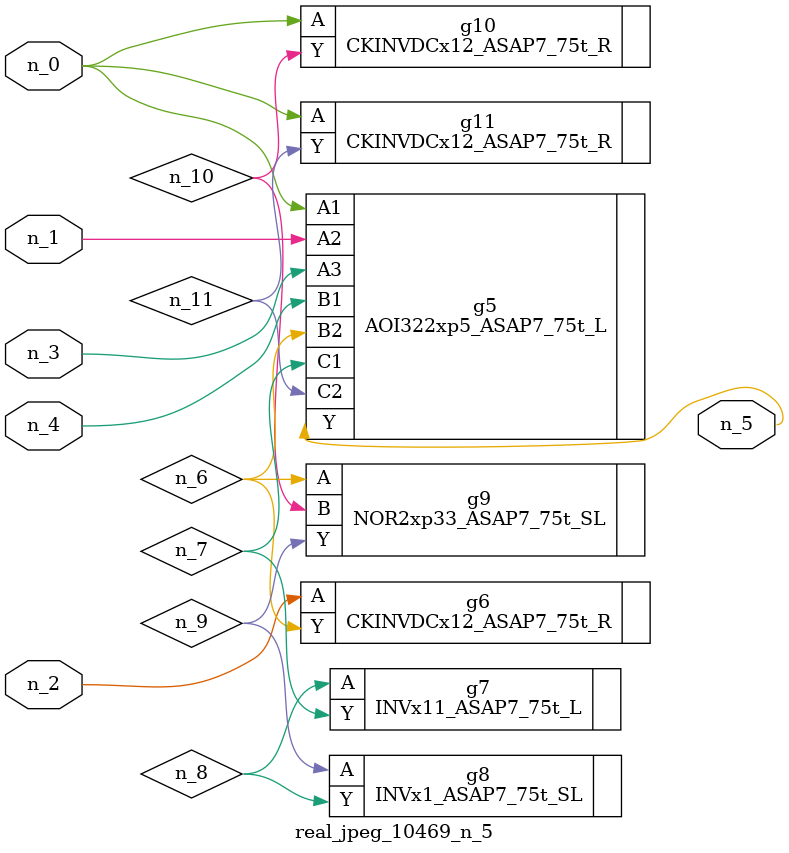
<source format=v>
module real_jpeg_10469_n_5 (n_4, n_0, n_1, n_2, n_3, n_5);

input n_4;
input n_0;
input n_1;
input n_2;
input n_3;

output n_5;

wire n_8;
wire n_11;
wire n_6;
wire n_7;
wire n_10;
wire n_9;

AOI322xp5_ASAP7_75t_L g5 ( 
.A1(n_0),
.A2(n_1),
.A3(n_3),
.B1(n_4),
.B2(n_6),
.C1(n_7),
.C2(n_11),
.Y(n_5)
);

CKINVDCx12_ASAP7_75t_R g10 ( 
.A(n_0),
.Y(n_10)
);

CKINVDCx12_ASAP7_75t_R g11 ( 
.A(n_0),
.Y(n_11)
);

CKINVDCx12_ASAP7_75t_R g6 ( 
.A(n_2),
.Y(n_6)
);

NOR2xp33_ASAP7_75t_SL g9 ( 
.A(n_6),
.B(n_10),
.Y(n_9)
);

INVx11_ASAP7_75t_L g7 ( 
.A(n_8),
.Y(n_7)
);

INVx1_ASAP7_75t_SL g8 ( 
.A(n_9),
.Y(n_8)
);


endmodule
</source>
